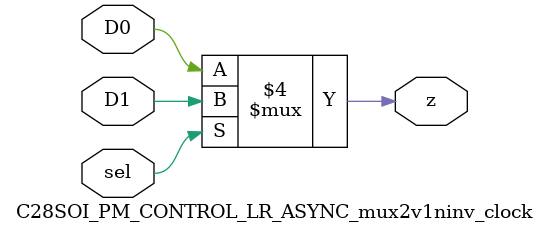
<source format=v>

module C28SOI_PM_CONTROL_LR_ASYNC_mux2v1ninv_clock (D0, D1, sel, z);
input D0, D1;
input sel;
output z;
reg z;
   always @(D0, D1, sel) begin
      if (sel == 1'b1) 
         z = D1;
      else
         z = D0;
   end
endmodule


</source>
